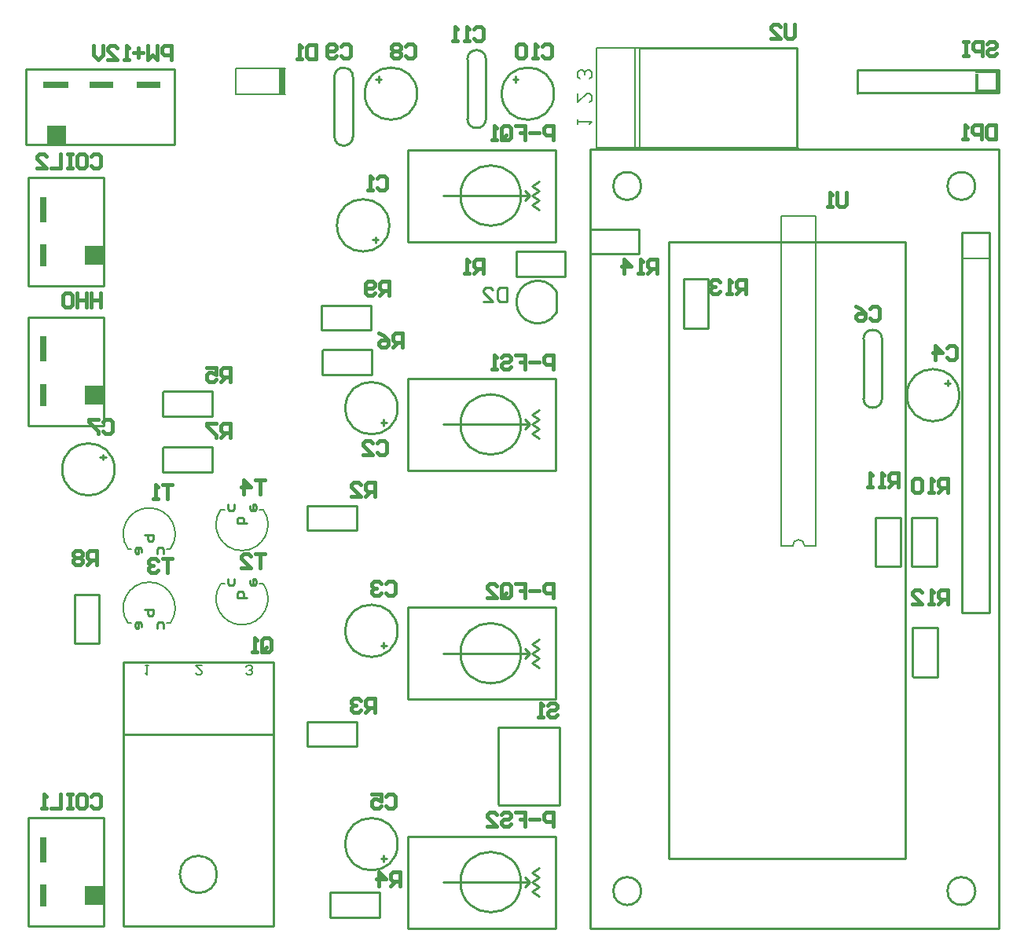
<source format=gto>
%FSLAX25Y25*%
%MOIN*%
G70*
G01*
G75*
%ADD10C,0.03937*%
%ADD11C,0.01969*%
%ADD12C,0.01000*%
%ADD13C,0.00600*%
%ADD14R,0.71600X0.39300*%
%ADD15C,0.07874*%
%ADD16O,0.03937X0.09843*%
%ADD17O,0.12000X0.08000*%
%ADD18C,0.19685*%
%ADD19C,0.11811*%
%ADD20R,0.13780X0.07874*%
%ADD21O,0.13780X0.07874*%
%ADD22O,0.07874X0.13780*%
%ADD23R,0.07874X0.13780*%
%ADD24O,0.13780X0.09000*%
%ADD25R,0.13780X0.09000*%
%ADD26C,0.15748*%
%ADD27R,0.06299X0.06299*%
%ADD28O,0.15748X0.06299*%
%ADD29C,0.06299*%
%ADD30R,0.11811X0.06693*%
%ADD31O,0.11811X0.06693*%
%ADD32R,0.09000X0.09000*%
%ADD33O,0.09000X0.13780*%
%ADD34C,0.09843*%
%ADD35R,0.09843X0.09843*%
%ADD36R,0.07874X0.07874*%
%ADD37C,0.05000*%
%ADD38C,0.07874*%
%ADD39R,0.05906X0.15748*%
%ADD40R,0.09843X0.15748*%
%ADD41R,0.04843X0.15748*%
%ADD42R,0.03937X0.15748*%
%ADD43R,0.16500X0.42717*%
%ADD44R,0.12992X0.36319*%
%ADD45R,0.17126X0.19390*%
%ADD46R,0.25098X0.19882*%
%ADD47R,0.31004X0.11614*%
%ADD48R,0.21654X0.12795*%
%ADD49R,0.34547X0.18898*%
%ADD50R,0.15650X0.24902*%
%ADD51R,0.15650X0.15453*%
%ADD52R,0.16043X0.15157*%
%ADD53R,0.19095X0.15650*%
%ADD54C,0.00787*%
%ADD55C,0.00500*%
%ADD56C,0.01575*%
%ADD57C,0.00591*%
%ADD58R,0.02756X0.09547*%
%ADD59R,0.08000X0.08000*%
%ADD60R,0.02732X0.10630*%
%ADD61R,0.10000X0.03000*%
%ADD62R,0.10728X0.02925*%
%ADD63R,0.01575X0.08740*%
%ADD64R,0.01535X0.06890*%
%ADD65R,0.10000X0.01457*%
%ADD66R,0.03150X0.11024*%
D12*
X337238Y374628D02*
G03*
X337227Y365420I-7803J-4595D01*
G01*
X244300Y402559D02*
G03*
X244300Y402559I11081J0D01*
G01*
X296680Y220971D02*
G03*
X296680Y220971I12806J0D01*
G01*
Y318084D02*
G03*
X296680Y318084I12806J0D01*
G01*
Y415197D02*
G03*
X296680Y415197I12806J0D01*
G01*
X251050Y465551D02*
G03*
X243176Y465551I-3937J0D01*
G01*
X243175Y440354D02*
G03*
X251049Y440354I3937J0D01*
G01*
X475459Y354330D02*
G03*
X467585Y354330I-3937J0D01*
G01*
X467585Y329134D02*
G03*
X475459Y329134I3937J0D01*
G01*
X247843Y325000D02*
G03*
X247843Y325000I11081J0D01*
G01*
Y230512D02*
G03*
X247843Y230512I11081J0D01*
G01*
X486032Y330512D02*
G03*
X486032Y330512I11081J0D01*
G01*
X247843Y139961D02*
G03*
X247843Y139961I11081J0D01*
G01*
X127764Y299016D02*
G03*
X127764Y299016I11081J0D01*
G01*
X256111Y458464D02*
G03*
X256111Y458464I11081J0D01*
G01*
X361483Y120079D02*
G03*
X361483Y120079I5906J0D01*
G01*
Y419291D02*
G03*
X361483Y419291I5906J0D01*
G01*
X503215Y120079D02*
G03*
X503215Y120079I5906J0D01*
G01*
Y419291D02*
G03*
X503215Y419291I5906J0D01*
G01*
X177624Y127165D02*
G03*
X177624Y127165I7874J0D01*
G01*
X296680Y123858D02*
G03*
X296680Y123858I12806J0D01*
G01*
X307447Y473031D02*
G03*
X299573Y473031I-3937J0D01*
G01*
X299573Y447835D02*
G03*
X307447Y447835I3937J0D01*
G01*
X314181Y458464D02*
G03*
X314181Y458464I11081J0D01*
G01*
X337270Y365650D02*
Y374508D01*
X260538Y395197D02*
Y397657D01*
X261738Y396378D02*
X259475D01*
X391207Y359134D02*
Y369783D01*
X401719Y358937D02*
X391404D01*
X401719D02*
Y379842D01*
X391207D01*
X391207Y379842D01*
Y369783D02*
Y379842D01*
X488451Y211102D02*
Y221752D01*
X498963Y210906D02*
X488648D01*
X498963D02*
Y231811D01*
X488451D01*
X488451Y231811D01*
Y221752D02*
Y231811D01*
X472703Y257953D02*
Y268602D01*
X483215Y257756D02*
X472900D01*
X483215D02*
Y278661D01*
X472703D01*
X472703Y278661D01*
Y268602D02*
Y278661D01*
X488057Y257953D02*
Y268602D01*
X498569Y257756D02*
X488254D01*
X498569D02*
Y278661D01*
X488057D01*
X488057Y278661D01*
Y268602D02*
Y278661D01*
X248589Y368701D02*
X237939D01*
X237742Y358189D02*
Y368504D01*
X258648Y358189D02*
X237742D01*
X258648D02*
Y368701D01*
X258648Y368701D01*
X248589D01*
X132939Y225276D02*
Y235925D01*
X143451Y225079D02*
X133136D01*
X143451D02*
Y245984D01*
X132939D01*
X132939Y245984D01*
Y235925D02*
Y245984D01*
X181266Y308465D02*
X170616D01*
X170420Y297953D02*
Y308268D01*
X191325Y297953D02*
X170420D01*
X191325D02*
Y308465D01*
X191325Y308465D01*
X181266D01*
X248983Y349803D02*
X238333D01*
X238136Y339291D02*
Y349606D01*
X259042Y339291D02*
X238136D01*
X259042D02*
Y349803D01*
X259042Y349803D01*
X248983D01*
X181266Y332087D02*
X170616D01*
X170420Y321575D02*
Y331890D01*
X191325Y321575D02*
X170420D01*
X191325D02*
Y332087D01*
X191325Y332087D01*
X181266D01*
X252132Y119488D02*
X241482D01*
X241286Y108976D02*
Y119291D01*
X262191Y108976D02*
X241286D01*
X262191D02*
Y119488D01*
X262191Y119488D01*
X252132D01*
X242683Y191929D02*
X232034D01*
X231837Y181417D02*
Y191732D01*
X252742Y181417D02*
X231837D01*
X252742D02*
Y191929D01*
X252742Y191929D01*
X242683D01*
Y283661D02*
X232034D01*
X231837Y273150D02*
Y283465D01*
X252742Y273150D02*
X231837D01*
X252742D02*
Y283661D01*
X252742Y283661D01*
X242683D01*
X340931Y380906D02*
X330282D01*
X341128Y381102D02*
Y391417D01*
X320223D01*
Y380906D02*
Y391417D01*
X320223Y380906D02*
X320223Y380906D01*
X330282Y380906D02*
X320223D01*
X329986Y226971D02*
X326986Y224971D01*
X329986Y222971D02*
X326986Y224971D01*
X329986Y222971D02*
X326986Y220971D01*
X329986Y218971D02*
X326986Y220971D01*
X329986Y218971D02*
X326986Y216971D01*
X329986Y214971D02*
X326986Y216971D01*
X325986Y220971D02*
X323986Y222971D01*
X325986Y220971D02*
X323986Y218971D01*
X325986Y220971D02*
X316986D01*
X274486Y205971D02*
Y234971D01*
X336986Y205971D02*
Y235971D01*
X316986Y220971D02*
X289486D01*
X274486Y234971D02*
Y235971D01*
X330486Y240471D02*
X274486D01*
Y234971D02*
Y240471D01*
X336986D02*
X330486D01*
X336986Y235971D02*
Y240471D01*
Y201471D02*
Y205971D01*
Y201471D02*
X274486D01*
Y205971D01*
X329986Y324084D02*
X326986Y322084D01*
X329986Y320084D02*
X326986Y322084D01*
X329986Y320084D02*
X326986Y318084D01*
X329986Y316084D02*
X326986Y318084D01*
X329986Y316084D02*
X326986Y314084D01*
X329986Y312084D02*
X326986Y314084D01*
X325986Y318084D02*
X323986Y320084D01*
X325986Y318084D02*
X323986Y316084D01*
X325986Y318084D02*
X316986D01*
X274486Y303084D02*
Y332084D01*
X336986Y303084D02*
Y333084D01*
X316986Y318084D02*
X289486D01*
X274486Y332084D02*
Y333084D01*
X330486Y337584D02*
X274486D01*
Y332084D02*
Y337584D01*
X336986D02*
X330486D01*
X336986Y333084D02*
Y337584D01*
Y298584D02*
Y303084D01*
Y298584D02*
X274486D01*
Y303084D01*
X329986Y421197D02*
X326986Y419197D01*
X329986Y417197D02*
X326986Y419197D01*
X329986Y417197D02*
X326986Y415197D01*
X329986Y413197D02*
X326986Y415197D01*
X329986Y413197D02*
X326986Y411197D01*
X329986Y409197D02*
X326986Y411197D01*
X325986Y415197D02*
X323986Y417197D01*
X325986Y415197D02*
X323986Y413197D01*
X325986Y415197D02*
X316986D01*
X274486Y400197D02*
Y429197D01*
X336986Y400197D02*
Y430197D01*
X316986Y415197D02*
X289486D01*
X274486Y429197D02*
Y430197D01*
X330486Y434697D02*
X274486D01*
Y429197D02*
Y434697D01*
X336986D02*
X330486D01*
X336986Y430197D02*
Y434697D01*
Y395697D02*
Y400197D01*
Y395697D02*
X274486D01*
Y400197D01*
X251050Y440355D02*
Y465551D01*
X243175Y440354D02*
Y465551D01*
X475459Y329134D02*
Y354330D01*
X467585Y329134D02*
Y354330D01*
X264081Y317638D02*
Y320098D01*
X265282Y318819D02*
X263018D01*
X264081Y223150D02*
Y225610D01*
X265282Y224331D02*
X263018D01*
X504475Y335669D02*
X502014D01*
X503294Y334606D02*
Y336870D01*
X264081Y132598D02*
Y135059D01*
X265282Y133780D02*
X263018D01*
X146207Y304173D02*
X143746D01*
X145026Y303110D02*
Y305374D01*
X262034Y463366D02*
Y465827D01*
X263097Y464646D02*
X260833D01*
X113199Y105110D02*
Y151083D01*
X145199D02*
X113199D01*
X145199Y105110D02*
Y151083D01*
Y105110D02*
X113199D01*
Y376764D02*
Y422736D01*
X145199D02*
X113199D01*
X145199Y376764D02*
Y422736D01*
Y376764D02*
X113199D01*
X338687Y156772D02*
Y189567D01*
Y156772D02*
X338569Y156653D01*
X313018D01*
X312782Y156890D01*
Y189528D01*
X312821Y189567D02*
X312782Y189528D01*
X338687Y189567D02*
X312821D01*
X362368Y400984D02*
X351719D01*
X351522Y390472D02*
Y400787D01*
X372427Y390472D02*
X351522D01*
X372427D02*
Y400984D01*
X372427Y400984D01*
X362368D01*
X112199Y436756D02*
Y468756D01*
X175199Y436756D02*
X112199D01*
X175199D02*
Y468756D01*
X112199D01*
X485498Y133858D02*
Y135827D01*
Y133858D02*
X385105D01*
X485498Y395669D02*
X481561D01*
X485498Y135827D02*
Y395669D01*
X385105Y133858D02*
Y395669D01*
X483530D02*
X385105D01*
X524868Y104331D02*
Y435039D01*
Y104331D02*
X351640D01*
Y435039D01*
X524868D02*
X351640D01*
X520931Y399606D02*
X509514D01*
Y238189D02*
Y399606D01*
X520931Y238189D02*
X509514D01*
X520931D02*
Y399606D01*
X439553Y435630D02*
X372703D01*
X439593Y435591D02*
X439553Y435630D01*
X439514Y477756D02*
X372703D01*
X439514Y477756D02*
X439514Y477756D01*
X439514Y435669D02*
Y477756D01*
X439593Y435591D02*
X439514Y435669D01*
X525026Y468504D02*
X475026D01*
X525026Y458740D02*
Y468504D01*
Y458740D02*
X475026D01*
Y468504D02*
X465026D01*
Y458661D02*
Y468504D01*
X465105Y458740D02*
X465026Y458661D01*
X476522Y458740D02*
X465105D01*
X217388Y105315D02*
Y196850D01*
Y105315D02*
X153805D01*
X153609Y105512D01*
Y196850D01*
Y217323D01*
X217388D02*
X153609D01*
X217388Y196850D02*
Y217323D01*
X216994Y186614D02*
X153609D01*
X329986Y129858D02*
X326986Y127858D01*
X329986Y125858D02*
X326986Y127858D01*
X329986Y125858D02*
X326986Y123858D01*
X329986Y121858D02*
X326986Y123858D01*
X329986Y121858D02*
X326986Y119858D01*
X329986Y117858D02*
X326986Y119858D01*
X325986Y123858D02*
X323986Y125858D01*
X325986Y123858D02*
X323986Y121858D01*
X325986Y123858D02*
X316986D01*
X274486Y108858D02*
Y137858D01*
X336986Y108858D02*
Y138858D01*
X316986Y123858D02*
X289486D01*
X274486Y137858D02*
Y138858D01*
X330486Y143358D02*
X274486D01*
Y137858D02*
Y143358D01*
X336986D02*
X330486D01*
X336986Y138858D02*
Y143358D01*
Y104358D02*
Y108858D01*
Y104358D02*
X274486D01*
Y108858D01*
X113199Y317709D02*
Y363681D01*
X145199D02*
X113199D01*
X145199Y317709D02*
Y363681D01*
Y317709D02*
X113199D01*
X307447Y447835D02*
Y473031D01*
X299573Y447835D02*
Y473031D01*
X320105Y463366D02*
Y465827D01*
X321167Y464646D02*
X318904D01*
X316207Y376077D02*
Y370079D01*
X313208D01*
X312208Y371078D01*
Y375077D01*
X313208Y376077D01*
X316207D01*
X306210Y370079D02*
X310209D01*
X306210Y374077D01*
Y375077D01*
X307210Y376077D01*
X309209D01*
X310209Y375077D01*
X167914Y231628D02*
Y233596D01*
X168570Y234252D01*
X169882D01*
X170538Y233596D01*
Y231628D01*
X162566Y239665D02*
X166502D01*
Y237698D01*
X165846Y237041D01*
X165190D01*
X164534D01*
X163878Y237698D01*
Y239665D01*
X161286Y232284D02*
Y233596D01*
X160630Y234252D01*
X159318D01*
X158662Y233596D01*
Y232284D01*
X159318Y231628D01*
X159974D01*
Y234252D01*
X200721Y252624D02*
Y250656D01*
X200065Y250000D01*
X198753D01*
X198097Y250656D01*
Y252624D01*
X206068Y244587D02*
X202132D01*
Y246554D01*
X202788Y247210D01*
X203444D01*
X204100D01*
X204756Y246554D01*
Y244587D01*
X207349Y251968D02*
Y250656D01*
X208005Y250000D01*
X209316D01*
X209973Y250656D01*
Y251968D01*
X209316Y252624D01*
X208661D01*
Y250000D01*
X167914Y263124D02*
Y265092D01*
X168570Y265748D01*
X169882D01*
X170538Y265092D01*
Y263124D01*
X162566Y271161D02*
X166502D01*
Y269194D01*
X165846Y268538D01*
X165190D01*
X164534D01*
X163878Y269194D01*
Y271161D01*
X161286Y263780D02*
Y265092D01*
X160630Y265748D01*
X159318D01*
X158662Y265092D01*
Y263780D01*
X159318Y263124D01*
X159974D01*
Y265748D01*
X200721Y284120D02*
Y282152D01*
X200065Y281496D01*
X198753D01*
X198097Y282152D01*
Y284120D01*
X206068Y276083D02*
X202132D01*
Y278051D01*
X202788Y278707D01*
X203444D01*
X204100D01*
X204756Y278051D01*
Y276083D01*
X207349Y283464D02*
Y282152D01*
X208005Y281496D01*
X209316D01*
X209973Y282152D01*
Y283464D01*
X209316Y284120D01*
X208661D01*
Y281496D01*
D54*
X173650Y233817D02*
G03*
X155614Y233817I-9018J6340D01*
G01*
X194984Y250435D02*
G03*
X213020Y250435I9018J-6340D01*
G01*
X173650Y265313D02*
G03*
X155614Y265313I-9018J6340D01*
G01*
X442600Y266653D02*
G03*
X437600Y266653I-2500J0D01*
G01*
X194984Y281931D02*
G03*
X213020Y281931I9018J-6340D01*
G01*
X401837Y368799D02*
Y369783D01*
X391207Y368799D02*
Y369783D01*
X499081Y220768D02*
Y221752D01*
X488451Y220768D02*
Y221752D01*
X483333Y267618D02*
Y268602D01*
X472703Y267618D02*
Y268602D01*
X498687Y267618D02*
Y268602D01*
X488057Y267618D02*
Y268602D01*
X173490Y233760D02*
X171916D01*
X157152D02*
X155774D01*
X196719Y250492D02*
X195144D01*
X212860D02*
X211483D01*
X173490Y265256D02*
X171916D01*
X157152D02*
X155774D01*
X248589Y358071D02*
X247605D01*
X248589Y368701D02*
X247605D01*
X143569Y234941D02*
Y235925D01*
X132939Y234941D02*
Y235925D01*
X181266Y297835D02*
X180282D01*
X181266Y308465D02*
X180282D01*
X248983Y339173D02*
X247998D01*
X248983Y349803D02*
X247998D01*
X181266Y321457D02*
X180282D01*
X181266Y332087D02*
X180282D01*
X252132Y108858D02*
X251148D01*
X252132Y119488D02*
X251148D01*
X242683Y181299D02*
X241699D01*
X242683Y191929D02*
X241699D01*
X242683Y273031D02*
X241699D01*
X242683Y283661D02*
X241699D01*
X331266Y391535D02*
X330282D01*
X331266Y380906D02*
X330282D01*
X362368Y390354D02*
X361384D01*
X362368Y400984D02*
X361384D01*
X370735Y435630D02*
Y477756D01*
X372703Y435630D02*
Y477756D01*
X354199Y435630D02*
Y477756D01*
X372703Y435630D02*
X354199D01*
X372703Y477756D02*
X354199D01*
X437600Y266653D02*
X432683D01*
X447516D02*
X442600D01*
X447516D02*
Y406653D01*
X432683D01*
Y266653D02*
Y406653D01*
X196719Y281988D02*
X195144D01*
X212860D02*
X211483D01*
X201443Y458071D02*
Y469095D01*
X222309Y458071D02*
X201443D01*
X222309Y469095D02*
X201443D01*
D55*
X520931Y388583D02*
X509514D01*
D56*
X261400Y422698D02*
X262400Y423698D01*
X264399D01*
X265399Y422698D01*
Y418700D01*
X264399Y417700D01*
X262400D01*
X261400Y418700D01*
X259401Y417700D02*
X257402D01*
X258401D01*
Y423698D01*
X259401Y422698D01*
X261421Y310117D02*
X262421Y311116D01*
X264420D01*
X265420Y310117D01*
Y306118D01*
X264420Y305118D01*
X262421D01*
X261421Y306118D01*
X255423Y305118D02*
X259421D01*
X255423Y309117D01*
Y310117D01*
X256422Y311116D01*
X258422D01*
X259421Y310117D01*
X264900Y250698D02*
X265900Y251698D01*
X267899D01*
X268899Y250698D01*
Y246700D01*
X267899Y245700D01*
X265900D01*
X264900Y246700D01*
X262901Y250698D02*
X261901Y251698D01*
X259902D01*
X258902Y250698D01*
Y249699D01*
X259902Y248699D01*
X260902D01*
X259902D01*
X258902Y247699D01*
Y246700D01*
X259902Y245700D01*
X261901D01*
X262901Y246700D01*
X503100Y350698D02*
X504100Y351698D01*
X506099D01*
X507099Y350698D01*
Y346700D01*
X506099Y345700D01*
X504100D01*
X503100Y346700D01*
X498102Y345700D02*
Y351698D01*
X501101Y348699D01*
X497102D01*
X264900Y160098D02*
X265900Y161098D01*
X267899D01*
X268899Y160098D01*
Y156100D01*
X267899Y155100D01*
X265900D01*
X264900Y156100D01*
X258902Y161098D02*
X262901D01*
Y158099D01*
X260902Y159099D01*
X259902D01*
X258902Y158099D01*
Y156100D01*
X259902Y155100D01*
X261901D01*
X262901Y156100D01*
X470400Y367298D02*
X471400Y368298D01*
X473399D01*
X474399Y367298D01*
Y363300D01*
X473399Y362300D01*
X471400D01*
X470400Y363300D01*
X464402Y368298D02*
X466402Y367298D01*
X468401Y365299D01*
Y363300D01*
X467401Y362300D01*
X465402D01*
X464402Y363300D01*
Y364299D01*
X465402Y365299D01*
X468401D01*
X144900Y319198D02*
X145900Y320198D01*
X147899D01*
X148899Y319198D01*
Y315200D01*
X147899Y314200D01*
X145900D01*
X144900Y315200D01*
X142901Y320198D02*
X138902D01*
Y319198D01*
X142901Y315200D01*
Y314200D01*
X273200Y478598D02*
X274200Y479598D01*
X276199D01*
X277199Y478598D01*
Y474600D01*
X276199Y473600D01*
X274200D01*
X273200Y474600D01*
X271201Y478598D02*
X270201Y479598D01*
X268202D01*
X267202Y478598D01*
Y477599D01*
X268202Y476599D01*
X267202Y475599D01*
Y474600D01*
X268202Y473600D01*
X270201D01*
X271201Y474600D01*
Y475599D01*
X270201Y476599D01*
X271201Y477599D01*
Y478598D01*
X270201Y476599D02*
X268202D01*
X246000Y478598D02*
X247000Y479598D01*
X248999D01*
X249999Y478598D01*
Y474600D01*
X248999Y473600D01*
X247000D01*
X246000Y474600D01*
X244001D02*
X243001Y473600D01*
X241002D01*
X240002Y474600D01*
Y478598D01*
X241002Y479598D01*
X243001D01*
X244001Y478598D01*
Y477599D01*
X243001Y476599D01*
X240002D01*
X331300Y478598D02*
X332300Y479598D01*
X334299D01*
X335299Y478598D01*
Y474600D01*
X334299Y473600D01*
X332300D01*
X331300Y474600D01*
X329301Y473600D02*
X327302D01*
X328301D01*
Y479598D01*
X329301Y478598D01*
X324303D02*
X323303Y479598D01*
X321304D01*
X320304Y478598D01*
Y474600D01*
X321304Y473600D01*
X323303D01*
X324303Y474600D01*
Y478598D01*
X302400Y485998D02*
X303400Y486998D01*
X305399D01*
X306399Y485998D01*
Y482000D01*
X305399Y481000D01*
X303400D01*
X302400Y482000D01*
X300401Y481000D02*
X298402D01*
X299401D01*
Y486998D01*
X300401Y485998D01*
X295403Y481000D02*
X293403D01*
X294403D01*
Y486998D01*
X295403Y485998D01*
X140100Y160198D02*
X141100Y161198D01*
X143099D01*
X144099Y160198D01*
Y156200D01*
X143099Y155200D01*
X141100D01*
X140100Y156200D01*
X135102Y161198D02*
X137101D01*
X138101Y160198D01*
Y156200D01*
X137101Y155200D01*
X135102D01*
X134102Y156200D01*
Y160198D01*
X135102Y161198D01*
X132103D02*
X130104D01*
X131103D01*
Y155200D01*
X132103D01*
X130104D01*
X127104Y161198D02*
Y155200D01*
X123106D01*
X121107D02*
X119107D01*
X120107D01*
Y161198D01*
X121107Y160198D01*
X140100Y431798D02*
X141100Y432798D01*
X143099D01*
X144099Y431798D01*
Y427800D01*
X143099Y426800D01*
X141100D01*
X140100Y427800D01*
X135102Y432798D02*
X137101D01*
X138101Y431798D01*
Y427800D01*
X137101Y426800D01*
X135102D01*
X134102Y427800D01*
Y431798D01*
X135102Y432798D01*
X132103D02*
X130104D01*
X131103D01*
Y426800D01*
X132103D01*
X130104D01*
X127104Y432798D02*
Y426800D01*
X123106D01*
X117108D02*
X121107D01*
X117108Y430799D01*
Y431798D01*
X118107Y432798D01*
X120107D01*
X121107Y431798D01*
X235199Y479098D02*
Y473100D01*
X232200D01*
X231200Y474100D01*
Y478098D01*
X232200Y479098D01*
X235199D01*
X229201Y473100D02*
X227202D01*
X228201D01*
Y479098D01*
X229201Y478098D01*
X144099Y373798D02*
Y367800D01*
Y370799D01*
X140100D01*
Y373798D01*
Y367800D01*
X138101Y373798D02*
Y367800D01*
Y370799D01*
X134102D01*
Y373798D01*
Y367800D01*
X129104Y373798D02*
X131103D01*
X132103Y372798D01*
Y368800D01*
X131103Y367800D01*
X129104D01*
X128104Y368800D01*
Y372798D01*
X129104Y373798D01*
X335899Y438800D02*
Y444798D01*
X332900D01*
X331900Y443798D01*
Y441799D01*
X332900Y440799D01*
X335899D01*
X329901Y441799D02*
X325902D01*
X319904Y444798D02*
X323903D01*
Y441799D01*
X321904D01*
X323903D01*
Y438800D01*
X313906Y439800D02*
Y443798D01*
X314906Y444798D01*
X316905D01*
X317905Y443798D01*
Y439800D01*
X316905Y438800D01*
X314906D01*
X315905Y440799D02*
X313906Y438800D01*
X314906D02*
X313906Y439800D01*
X311907Y438800D02*
X309908D01*
X310907D01*
Y444798D01*
X311907Y443798D01*
X335899Y341700D02*
Y347698D01*
X332900D01*
X331900Y346698D01*
Y344699D01*
X332900Y343699D01*
X335899D01*
X329901Y344699D02*
X325902D01*
X319904Y347698D02*
X323903D01*
Y344699D01*
X321904D01*
X323903D01*
Y341700D01*
X313906Y346698D02*
X314906Y347698D01*
X316905D01*
X317905Y346698D01*
Y345699D01*
X316905Y344699D01*
X314906D01*
X313906Y343699D01*
Y342700D01*
X314906Y341700D01*
X316905D01*
X317905Y342700D01*
X311907Y341700D02*
X309908D01*
X310907D01*
Y347698D01*
X311907Y346698D01*
X335899Y244500D02*
Y250498D01*
X332900D01*
X331900Y249498D01*
Y247499D01*
X332900Y246499D01*
X335899D01*
X329901Y247499D02*
X325902D01*
X319904Y250498D02*
X323903D01*
Y247499D01*
X321904D01*
X323903D01*
Y244500D01*
X313906Y245500D02*
Y249498D01*
X314906Y250498D01*
X316905D01*
X317905Y249498D01*
Y245500D01*
X316905Y244500D01*
X314906D01*
X315905Y246499D02*
X313906Y244500D01*
X314906D02*
X313906Y245500D01*
X307908Y244500D02*
X311907D01*
X307908Y248499D01*
Y249498D01*
X308908Y250498D01*
X310907D01*
X311907Y249498D01*
X335899Y147400D02*
Y153398D01*
X332900D01*
X331900Y152398D01*
Y150399D01*
X332900Y149399D01*
X335899D01*
X329901Y150399D02*
X325902D01*
X319904Y153398D02*
X323903D01*
Y150399D01*
X321904D01*
X323903D01*
Y147400D01*
X313906Y152398D02*
X314906Y153398D01*
X316905D01*
X317905Y152398D01*
Y151399D01*
X316905Y150399D01*
X314906D01*
X313906Y149399D01*
Y148400D01*
X314906Y147400D01*
X316905D01*
X317905Y148400D01*
X307908Y147400D02*
X311907D01*
X307908Y151399D01*
Y152398D01*
X308908Y153398D01*
X310907D01*
X311907Y152398D01*
X212300Y222400D02*
Y226398D01*
X213300Y227398D01*
X215299D01*
X216299Y226398D01*
Y222400D01*
X215299Y221400D01*
X213300D01*
X214300Y223399D02*
X212300Y221400D01*
X213300D02*
X212300Y222400D01*
X210301Y221400D02*
X208302D01*
X209301D01*
Y227398D01*
X210301Y226398D01*
X306364Y382283D02*
Y388281D01*
X303365D01*
X302366Y387282D01*
Y385282D01*
X303365Y384283D01*
X306364D01*
X304365D02*
X302366Y382283D01*
X300366D02*
X298367D01*
X299367D01*
Y388281D01*
X300366Y387282D01*
X260299Y287700D02*
Y293698D01*
X257300D01*
X256300Y292698D01*
Y290699D01*
X257300Y289699D01*
X260299D01*
X258300D02*
X256300Y287700D01*
X250302D02*
X254301D01*
X250302Y291699D01*
Y292698D01*
X251302Y293698D01*
X253301D01*
X254301Y292698D01*
X260299Y196000D02*
Y201998D01*
X257300D01*
X256300Y200998D01*
Y198999D01*
X257300Y197999D01*
X260299D01*
X258300D02*
X256300Y196000D01*
X254301Y200998D02*
X253301Y201998D01*
X251302D01*
X250302Y200998D01*
Y199999D01*
X251302Y198999D01*
X252302D01*
X251302D01*
X250302Y197999D01*
Y197000D01*
X251302Y196000D01*
X253301D01*
X254301Y197000D01*
X270931Y122047D02*
Y128045D01*
X267932D01*
X266933Y127046D01*
Y125046D01*
X267932Y124047D01*
X270931D01*
X268932D02*
X266933Y122047D01*
X261934D02*
Y128045D01*
X264933Y125046D01*
X260934D01*
X198899Y336200D02*
Y342198D01*
X195900D01*
X194900Y341198D01*
Y339199D01*
X195900Y338199D01*
X198899D01*
X196900D02*
X194900Y336200D01*
X188902Y342198D02*
X192901D01*
Y339199D01*
X190902Y340199D01*
X189902D01*
X188902Y339199D01*
Y337200D01*
X189902Y336200D01*
X191901D01*
X192901Y337200D01*
X272112Y350787D02*
Y356785D01*
X269113D01*
X268114Y355786D01*
Y353786D01*
X269113Y352787D01*
X272112D01*
X270113D02*
X268114Y350787D01*
X262116Y356785D02*
X264115Y355786D01*
X266114Y353786D01*
Y351787D01*
X265115Y350787D01*
X263115D01*
X262116Y351787D01*
Y352787D01*
X263115Y353786D01*
X266114D01*
X198899Y312500D02*
Y318498D01*
X195900D01*
X194900Y317498D01*
Y315499D01*
X195900Y314499D01*
X198899D01*
X196900D02*
X194900Y312500D01*
X192901Y318498D02*
X188902D01*
Y317498D01*
X192901Y313500D01*
Y312500D01*
X142399Y258700D02*
Y264698D01*
X139400D01*
X138400Y263698D01*
Y261699D01*
X139400Y260699D01*
X142399D01*
X140400D02*
X138400Y258700D01*
X136401Y263698D02*
X135401Y264698D01*
X133402D01*
X132402Y263698D01*
Y262699D01*
X133402Y261699D01*
X132402Y260699D01*
Y259700D01*
X133402Y258700D01*
X135401D01*
X136401Y259700D01*
Y260699D01*
X135401Y261699D01*
X136401Y262699D01*
Y263698D01*
X135401Y261699D02*
X133402D01*
X266199Y372800D02*
Y378798D01*
X263200D01*
X262200Y377798D01*
Y375799D01*
X263200Y374799D01*
X266199D01*
X264200D02*
X262200Y372800D01*
X260201Y373800D02*
X259201Y372800D01*
X257202D01*
X256202Y373800D01*
Y377798D01*
X257202Y378798D01*
X259201D01*
X260201Y377798D01*
Y376799D01*
X259201Y375799D01*
X256202D01*
X520000Y479498D02*
X521000Y480498D01*
X522999D01*
X523999Y479498D01*
Y478499D01*
X522999Y477499D01*
X521000D01*
X520000Y476499D01*
Y475500D01*
X521000Y474500D01*
X522999D01*
X523999Y475500D01*
X518001Y474500D02*
Y480498D01*
X515002D01*
X514002Y479498D01*
Y477499D01*
X515002Y476499D01*
X518001D01*
X512003Y480498D02*
X510004D01*
X511003D01*
Y474500D01*
X512003D01*
X510004D01*
X174499Y292598D02*
X170500D01*
X172500D01*
Y286600D01*
X168501D02*
X166502D01*
X167501D01*
Y292598D01*
X168501Y291598D01*
X213799Y263198D02*
X209800D01*
X211800D01*
Y257200D01*
X203802D02*
X207801D01*
X203802Y261199D01*
Y262198D01*
X204802Y263198D01*
X206801D01*
X207801Y262198D01*
X174499Y261098D02*
X170500D01*
X172500D01*
Y255100D01*
X168501Y260098D02*
X167501Y261098D01*
X165502D01*
X164502Y260098D01*
Y259099D01*
X165502Y258099D01*
X166502D01*
X165502D01*
X164502Y257099D01*
Y256100D01*
X165502Y255100D01*
X167501D01*
X168501Y256100D01*
X213799Y294698D02*
X209800D01*
X211800D01*
Y288700D01*
X204802D02*
Y294698D01*
X207801Y291699D01*
X203802D01*
X460499Y416698D02*
Y411700D01*
X459499Y410700D01*
X457500D01*
X456500Y411700D01*
Y416698D01*
X454501Y410700D02*
X452502D01*
X453501D01*
Y416698D01*
X454501Y415698D01*
X438499Y487798D02*
Y482800D01*
X437499Y481800D01*
X435500D01*
X434500Y482800D01*
Y487798D01*
X428502Y481800D02*
X432501D01*
X428502Y485799D01*
Y486798D01*
X429502Y487798D01*
X431501D01*
X432501Y486798D01*
X523799Y445098D02*
Y439100D01*
X520800D01*
X519800Y440100D01*
Y444098D01*
X520800Y445098D01*
X523799D01*
X517801Y439100D02*
Y445098D01*
X514802D01*
X513802Y444098D01*
Y442099D01*
X514802Y441099D01*
X517801D01*
X511803Y439100D02*
X509804D01*
X510803D01*
Y445098D01*
X511803Y444098D01*
X503215Y289370D02*
Y295368D01*
X500216D01*
X499216Y294369D01*
Y292369D01*
X500216Y291369D01*
X503215D01*
X501215D02*
X499216Y289370D01*
X497217D02*
X495217D01*
X496217D01*
Y295368D01*
X497217Y294369D01*
X492218D02*
X491219Y295368D01*
X489219D01*
X488220Y294369D01*
Y290370D01*
X489219Y289370D01*
X491219D01*
X492218Y290370D01*
Y294369D01*
X482199Y291400D02*
Y297398D01*
X479200D01*
X478200Y296398D01*
Y294399D01*
X479200Y293399D01*
X482199D01*
X480200D02*
X478200Y291400D01*
X476201D02*
X474202D01*
X475201D01*
Y297398D01*
X476201Y296398D01*
X471203Y291400D02*
X469203D01*
X470203D01*
Y297398D01*
X471203Y296398D01*
X503215Y241732D02*
Y247730D01*
X500216D01*
X499216Y246731D01*
Y244731D01*
X500216Y243732D01*
X503215D01*
X501215D02*
X499216Y241732D01*
X497217D02*
X495217D01*
X496217D01*
Y247730D01*
X497217Y246731D01*
X488220Y241732D02*
X492218D01*
X488220Y245731D01*
Y246731D01*
X489219Y247730D01*
X491219D01*
X492218Y246731D01*
X417782Y373622D02*
Y379620D01*
X414783D01*
X413783Y378620D01*
Y376621D01*
X414783Y375621D01*
X417782D01*
X415782D02*
X413783Y373622D01*
X411784D02*
X409784D01*
X410784D01*
Y379620D01*
X411784Y378620D01*
X406785D02*
X405786Y379620D01*
X403786D01*
X402787Y378620D01*
Y377621D01*
X403786Y376621D01*
X404786D01*
X403786D01*
X402787Y375621D01*
Y374622D01*
X403786Y373622D01*
X405786D01*
X406785Y374622D01*
X174099Y472800D02*
Y478798D01*
X171100D01*
X170100Y477798D01*
Y475799D01*
X171100Y474799D01*
X174099D01*
X168101Y478798D02*
Y472800D01*
X166102Y474799D01*
X164102Y472800D01*
Y478798D01*
X162103Y475799D02*
X158104D01*
X160104Y477798D02*
Y473800D01*
X156105Y472800D02*
X154105D01*
X155105D01*
Y478798D01*
X156105Y477798D01*
X147108Y472800D02*
X151107D01*
X147108Y476799D01*
Y477798D01*
X148107Y478798D01*
X150107D01*
X151107Y477798D01*
X145108Y478798D02*
Y474799D01*
X143109Y472800D01*
X141110Y474799D01*
Y478798D01*
X379986Y382283D02*
Y388281D01*
X376987D01*
X375988Y387282D01*
Y385282D01*
X376987Y384283D01*
X379986D01*
X377987D02*
X375988Y382283D01*
X373988D02*
X371989D01*
X372989D01*
Y388281D01*
X373988Y387282D01*
X365991Y382283D02*
Y388281D01*
X368990Y385282D01*
X364991D01*
X333600Y198898D02*
X334600Y199898D01*
X336599D01*
X337599Y198898D01*
Y197899D01*
X336599Y196899D01*
X334600D01*
X333600Y195899D01*
Y194900D01*
X334600Y193900D01*
X336599D01*
X337599Y194900D01*
X331601Y193900D02*
X329602D01*
X330601D01*
Y199898D01*
X331601Y198898D01*
D57*
X346423Y458660D02*
Y454724D01*
X350359Y458660D01*
X351343D01*
X352327Y457676D01*
Y455708D01*
X351343Y454724D01*
X346423Y445709D02*
Y447677D01*
Y446693D01*
X352327D01*
X351343Y445709D01*
Y464724D02*
X352327Y465708D01*
Y467676D01*
X351343Y468660D01*
X350359D01*
X349375Y467676D01*
Y466692D01*
Y467676D01*
X348391Y468660D01*
X347407D01*
X346423Y467676D01*
Y465708D01*
X347407Y464724D01*
X205577Y212468D02*
X206233Y211812D01*
X207545D01*
X208201Y212468D01*
Y213124D01*
X207545Y213780D01*
X206889D01*
X207545D01*
X208201Y214436D01*
Y215092D01*
X207545Y215748D01*
X206233D01*
X205577Y215092D01*
X163057Y215748D02*
X164369D01*
X163713D01*
Y211812D01*
X163057Y212468D01*
X186941Y215748D02*
X184317D01*
X186941Y213124D01*
Y212468D01*
X186285Y211812D01*
X184973D01*
X184317Y212468D01*
D58*
X119553Y118061D02*
D03*
Y389715D02*
D03*
Y330659D02*
D03*
D59*
X141199Y118110D02*
D03*
Y389764D02*
D03*
X125199Y440756D02*
D03*
X141199Y330709D02*
D03*
D60*
X119565Y137697D02*
D03*
Y409350D02*
D03*
Y350295D02*
D03*
D61*
X164199Y462256D02*
D03*
X144199D02*
D03*
D62*
X125150Y462219D02*
D03*
D63*
X524238Y464134D02*
D03*
D64*
X515794Y463642D02*
D03*
D65*
X520026Y459469D02*
D03*
Y467776D02*
D03*
D66*
X221128Y463583D02*
D03*
M02*

</source>
